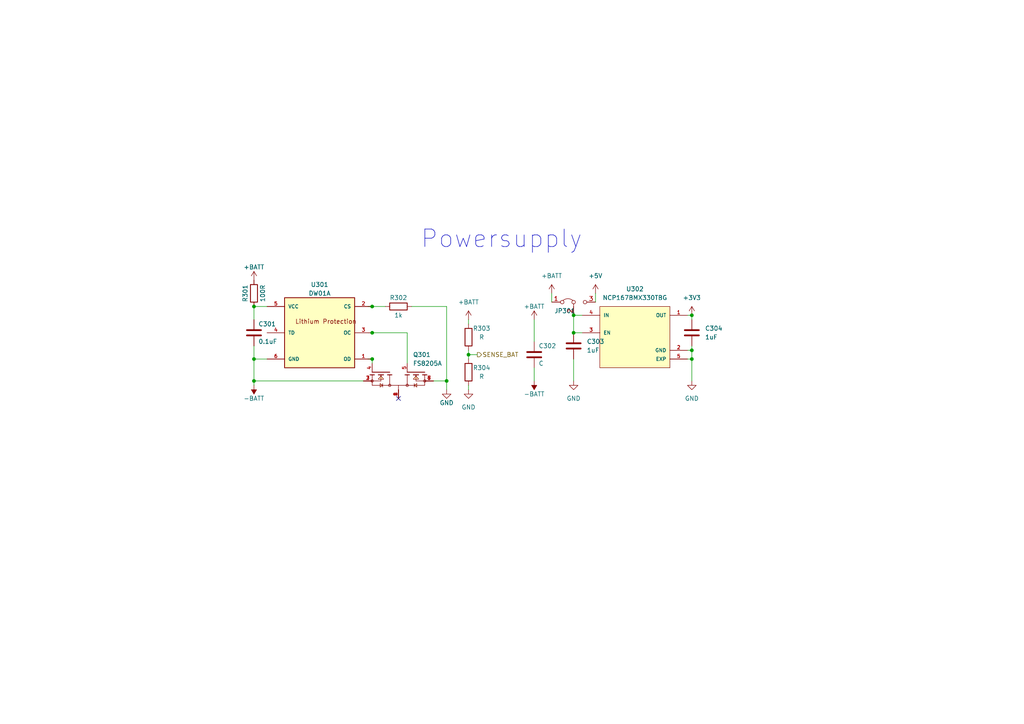
<source format=kicad_sch>
(kicad_sch (version 20211123) (generator eeschema)
  (paper "A4")
  (title_block (title "FabReader2") (date "2022-05-22") (rev "0.1") (company "RLKM UG (haftungsbeschränkt)") (comment 1 "Autoren: Joseph Langosch, Kai Kriegel"))
  (lib_symbols
    (symbol "DW01A:DW01A" (pin_names (offset 1.016))
      (property "Reference" "IC" (at -5.08 11.43 0))
      (property "Value" "DW01A" (at -5.08 -12.7 0))
      (symbol "DW01A_0_0"
        (rectangle (start -10.16 -10.16) (end 10.16 10.16) (stroke (width 0.254)) (fill (type background)))
        (text "Lithium Protection" (at -7.112 2.54 0) (effects (font (size 1.27 1.27)) (justify left bottom)))
        (pin bidirectional line (at 15.24 -7.62 180) (length 5.08) (name "OD") (number "1"))
        (pin bidirectional line (at 15.24 7.62 180) (length 5.08) (name "CS") (number "2"))
        (pin bidirectional line (at 15.24 0 180) (length 5.08) (name "OC") (number "3"))
        (pin bidirectional line (at -15.24 0 0) (length 5.08) (name "TD") (number "4"))
        (pin power_in line (at -15.24 7.62 0) (length 5.08) (name "VCC") (number "5"))
        (pin power_in line (at -15.24 -7.62 0) (length 5.08) (name "GND") (number "6"))
      )
    )
    (symbol "Device:C" (pin_numbers hide) (pin_names (offset 0.254))
      (property "Reference" "C" (at 0.635 2.54 0))
      (property "Value" "C" (at 0.635 -2.54 0))
      (symbol "C_0_1"
        (polyline (pts (xy -2.032 -0.762) (xy 2.032 -0.762)) (stroke (width 0.508)))
        (polyline (pts (xy -2.032 0.762) (xy 2.032 0.762)) (stroke (width 0.508)))
      )
      (symbol "C_1_1"
        (pin passive line (at 0 3.81 270) (length 2.794) (name "~") (number "1"))
        (pin passive line (at 0 -3.81 90) (length 2.794) (name "~") (number "2"))
      )
    )
    (symbol "Device:R" (pin_numbers hide) (pin_names (offset 0))
      (property "Reference" "R" (at 2.032 0 90))
      (property "Value" "R" (at 0 0 90))
      (symbol "R_0_1"
        (rectangle (start -1.016 -2.54) (end 1.016 2.54) (stroke (width 0.254)))
      )
      (symbol "R_1_1"
        (pin passive line (at 0 3.81 270) (length 1.27) (name "~") (number "1"))
        (pin passive line (at 0 -3.81 90) (length 1.27) (name "~") (number "2"))
      )
    )
    (symbol "FS8205A:FS8205A" (pin_names (offset 1.016) hide)
      (property "Reference" "Q" (at -11.43 7.62 0))
      (property "Value" "FS8205A" (at -11.43 -12.7 0))
      (symbol "FS8205A_0_0"
        (circle (center 0 -7.62) (radius 0.3556))
        (polyline (pts (xy -2.54 -2.54) (xy -2.54 -7.62)) (stroke (width 0.254)))
        (polyline (pts (xy -2.54 7.62) (xy -2.54 2.54)) (stroke (width 0.254)))
        (polyline (pts (xy -1.778 -7.62) (xy -1.778 -8.255)) (stroke (width 0.254)))
        (polyline (pts (xy -1.778 -6.985) (xy -1.778 -7.62)) (stroke (width 0.254)))
        (polyline (pts (xy -1.778 -5.08) (xy -1.778 -5.842)) (stroke (width 0.254)))
        (polyline (pts (xy -1.778 -5.08) (xy 0 -5.08)) (stroke (width 0.1524)))
        (polyline (pts (xy -1.778 -4.318) (xy -1.778 -5.08)) (stroke (width 0.254)))
        (polyline (pts (xy -1.778 -2.54) (xy -1.778 -3.175)) (stroke (width 0.254)))
        (polyline (pts (xy -1.778 -2.54) (xy 1.27 -2.54)) (stroke (width 0.1524)))
        (polyline (pts (xy -1.778 -1.905) (xy -1.778 -2.54)) (stroke (width 0.254)))
        (polyline (pts (xy -1.778 2.54) (xy -1.778 1.905)) (stroke (width 0.254)))
        (polyline (pts (xy -1.778 3.175) (xy -1.778 2.54)) (stroke (width 0.254)))
        (polyline (pts (xy -1.778 5.08) (xy -1.778 4.318)) (stroke (width 0.254)))
        (polyline (pts (xy -1.778 5.08) (xy 0 5.08)) (stroke (width 0.1524)))
        (polyline (pts (xy -1.778 5.842) (xy -1.778 5.08)) (stroke (width 0.254)))
        (polyline (pts (xy -1.778 7.62) (xy -1.778 6.985)) (stroke (width 0.254)))
        (polyline (pts (xy -1.778 7.62) (xy 1.27 7.62)) (stroke (width 0.1524)))
        (polyline (pts (xy -1.778 8.255) (xy -1.778 7.62)) (stroke (width 0.254)))
        (polyline (pts (xy 0 -7.62) (xy -1.778 -7.62)) (stroke (width 0.1524)))
        (polyline (pts (xy 0 -7.62) (xy 1.27 -7.62)) (stroke (width 0.1524)))
        (polyline (pts (xy 0 -5.08) (xy 0 -7.62)) (stroke (width 0.1524)))
        (polyline (pts (xy 0 7.62) (xy 0 5.08)) (stroke (width 0.1524)))
        (polyline (pts (xy 0.762 4.572) (xy 1.27 4.572)) (stroke (width 0.1524)))
        (polyline (pts (xy 1.27 -4.572) (xy 0.762 -4.572)) (stroke (width 0.1524)))
        (polyline (pts (xy 1.27 -4.572) (xy 1.27 -7.62)) (stroke (width 0.1524)))
        (polyline (pts (xy 1.27 -2.54) (xy 1.27 -4.572)) (stroke (width 0.1524)))
        (polyline (pts (xy 1.27 -2.54) (xy 1.27 0)) (stroke (width 0.1524)))
        (polyline (pts (xy 1.27 0) (xy 1.27 2.54)) (stroke (width 0.1524)))
        (polyline (pts (xy 1.27 0) (xy 2.54 0)) (stroke (width 0.1524)))
        (polyline (pts (xy 1.27 2.54) (xy -1.778 2.54)) (stroke (width 0.1524)))
        (polyline (pts (xy 1.27 2.54) (xy 1.27 4.572)) (stroke (width 0.1524)))
        (polyline (pts (xy 1.27 4.572) (xy 1.27 7.62)) (stroke (width 0.1524)))
        (polyline (pts (xy 1.27 4.572) (xy 1.778 4.572)) (stroke (width 0.1524)))
        (polyline (pts (xy 1.778 -4.572) (xy 1.27 -4.572)) (stroke (width 0.1524)))
        (polyline (pts (xy -1.524 -5.08) (xy -0.508 -4.318) (xy -0.508 -5.842) (xy -1.524 -5.08)) (stroke (width 0.1524)) (fill (type background)))
        (polyline (pts (xy -1.524 5.08) (xy -0.508 5.842) (xy -0.508 4.318) (xy -1.524 5.08)) (stroke (width 0.1524)) (fill (type background)))
        (polyline (pts (xy 1.27 -4.572) (xy 0.762 -5.334) (xy 1.778 -5.334) (xy 1.27 -4.572)) (stroke (width 0.1524)) (fill (type background)))
        (polyline (pts (xy 1.27 4.572) (xy 1.778 5.334) (xy 0.762 5.334) (xy 1.27 4.572)) (stroke (width 0.1524)) (fill (type background)))
        (circle (center 0 7.62) (radius 0.3556))
        (circle (center 1.27 -2.54) (radius 0.3556))
        (circle (center 1.27 2.54) (radius 0.3556))
        (pin passive line (at 5.08 0 180) (length 2.54) (name "~") (number "1"))
        (pin passive line (at 0 -10.16 90) (length 2.54) (name "~") (number "2"))
        (pin passive line (at 0 -10.16 90) (length 2.54) (name "~") (number "3"))
        (pin passive line (at -5.08 -7.62 0) (length 2.54) (name "~") (number "4"))
        (pin passive line (at -5.08 2.54 0) (length 2.54) (name "~") (number "5"))
        (pin passive line (at 0 10.16 270) (length 2.54) (name "~") (number "6"))
        (pin passive line (at 0 10.16 270) (length 2.54) (name "~") (number "7"))
        (pin passive line (at 5.08 0 180) (length 2.54) (name "~") (number "8"))
      )
    )
    (symbol "Jumper:Jumper_3_Bridged12" (pin_names (offset 0) hide)
      (property "Reference" "JP" (at -2.54 -2.54 0))
      (property "Value" "Jumper_3_Bridged12" (at 0 2.794 0))
      (symbol "Jumper_3_Bridged12_0_0"
        (circle (center -3.302 0) (radius 0.508))
        (circle (center 0 0) (radius 0.508))
        (circle (center 3.302 0) (radius 0.508))
      )
      (symbol "Jumper_3_Bridged12_0_1"
        (arc (start -0.254 0.508) (mid -1.651 0.9912) (end -3.048 0.508))
        (polyline (pts (xy 0 -1.27) (xy 0 -0.508)))
      )
      (symbol "Jumper_3_Bridged12_1_1"
        (pin passive line (at -6.35 0 0) (length 2.54) (name "A") (number "1"))
        (pin passive line (at 0 -3.81 90) (length 2.54) (name "C") (number "2"))
        (pin passive line (at 6.35 0 180) (length 2.54) (name "B") (number "3"))
      )
    )
    (symbol "NCP167BMX330TBG:NCP167BMX330TBG" (pin_names (offset 1.016))
      (property "Reference" "U" (at -10.16 7.62 0))
      (property "Value" "NCP167BMX330TBG" (at -10.16 -12.7 0))
      (symbol "NCP167BMX330TBG_0_0"
        (rectangle (start -10.16 -10.16) (end 10.16 7.62) (stroke (width 0.1524)) (fill (type background)))
        (pin output line (at 15.24 5.08 180) (length 5.08) (name "OUT") (number "1"))
        (pin power_in line (at 15.24 -5.08 180) (length 5.08) (name "GND") (number "2"))
        (pin input line (at -15.24 0 0) (length 5.08) (name "EN") (number "3"))
        (pin input line (at -15.24 5.08 0) (length 5.08) (name "IN") (number "4"))
        (pin power_in line (at 15.24 -7.62 180) (length 5.08) (name "EXP") (number "5"))
      )
    )
    (symbol "power:+3V3" (power) (pin_names (offset 0))
      (property "Value" "+3V3" (at 0 3.556 0))
      (symbol "+3V3_0_1"
        (polyline (pts (xy -0.762 1.27) (xy 0 2.54)))
        (polyline (pts (xy 0 0) (xy 0 2.54)))
        (polyline (pts (xy 0 2.54) (xy 0.762 1.27)))
      )
      (symbol "+3V3_1_1"
        (pin power_in line (at 0 0 90) (length 0) hide (name "+3V3") (number "1"))
      )
    )
    (symbol "power:+5V" (power) (pin_names (offset 0))
      (property "Value" "+5V" (at 0 3.556 0))
      (symbol "+5V_0_1"
        (polyline (pts (xy -0.762 1.27) (xy 0 2.54)))
        (polyline (pts (xy 0 0) (xy 0 2.54)))
        (polyline (pts (xy 0 2.54) (xy 0.762 1.27)))
      )
      (symbol "+5V_1_1"
        (pin power_in line (at 0 0 90) (length 0) hide (name "+5V") (number "1"))
      )
    )
    (symbol "power:+BATT" (power) (pin_names (offset 0))
      (property "Value" "+BATT" (at 0 3.556 0))
      (symbol "+BATT_0_1"
        (polyline (pts (xy -0.762 1.27) (xy 0 2.54)))
        (polyline (pts (xy 0 0) (xy 0 2.54)))
        (polyline (pts (xy 0 2.54) (xy 0.762 1.27)))
      )
      (symbol "+BATT_1_1"
        (pin power_in line (at 0 0 90) (length 0) hide (name "+BATT") (number "1"))
      )
    )
    (symbol "power:-BATT" (power) (pin_names (offset 0))
      (property "Value" "-BATT" (at 0 3.556 0))
      (symbol "-BATT_0_1"
        (polyline (pts (xy 0 0) (xy 0 2.54)))
        (polyline (pts (xy 0.762 1.27) (xy -0.762 1.27) (xy 0 2.54) (xy 0.762 1.27)) (fill (type outline)))
      )
      (symbol "-BATT_1_1"
        (pin power_in line (at 0 0 90) (length 0) hide (name "-BATT") (number "1"))
      )
    )
    (symbol "power:GND" (power) (pin_names (offset 0))
      (property "Value" "GND" (at 0 -3.81 0))
      (symbol "GND_0_1"
        (polyline (pts (xy 0 0) (xy 0 -1.27) (xy 1.27 -1.27) (xy 0 -2.54) (xy -1.27 -1.27) (xy 0 -1.27)))
      )
      (symbol "GND_1_1"
        (pin power_in line (at 0 0 270) (length 0) hide (name "GND") (number "1"))
      )
    )
  )
  (junction (at 200.66 104.14))
  (junction (at 107.95 88.9))
  (junction (at 166.37 91.44))
  (junction (at 166.37 96.52))
  (junction (at 200.66 91.44))
  (junction (at 73.66 110.49))
  (junction (at 73.66 88.9))
  (junction (at 200.66 101.6))
  (junction (at 107.95 104.14))
  (junction (at 107.95 96.52))
  (junction (at 135.89 102.87))
  (junction (at 73.66 104.14))
  (junction (at 129.54 110.49))
  (no_connect (at 115.57 115.57))
  (wire (pts (xy 166.37 96.52) (xy 166.37 91.44)))
  (wire (pts (xy 166.37 91.44) (xy 168.91 91.44)))
  (wire (pts (xy 129.54 110.49) (xy 129.54 113.03)))
  (wire (pts (xy 200.66 92.71) (xy 200.66 91.44)))
  (wire (pts (xy 119.38 88.9) (xy 129.54 88.9)))
  (wire (pts (xy 135.89 113.03) (xy 135.89 111.76)))
  (wire (pts (xy 73.66 110.49) (xy 105.41 110.49)))
  (wire (pts (xy 73.66 88.9) (xy 73.66 92.71)))
  (wire (pts (xy 135.89 102.87) (xy 135.89 104.14)))
  (wire (pts (xy 129.54 88.9) (xy 129.54 110.49)))
  (wire (pts (xy 73.66 100.33) (xy 73.66 104.14)))
  (wire (pts (xy 73.66 88.9) (xy 77.47 88.9)))
  (wire (pts (xy 200.66 104.14) (xy 200.66 110.49)))
  (wire (pts (xy 199.39 104.14) (xy 200.66 104.14)))
  (wire (pts (xy 200.66 104.14) (xy 200.66 101.6)))
  (wire (pts (xy 200.66 100.33) (xy 200.66 101.6)))
  (wire (pts (xy 107.95 104.14) (xy 107.95 105.41)))
  (wire (pts (xy 154.94 92.71) (xy 154.94 99.06)))
  (wire (pts (xy 73.66 110.49) (xy 73.66 104.14)))
  (wire (pts (xy 107.95 88.9) (xy 111.76 88.9)))
  (wire (pts (xy 135.89 101.6) (xy 135.89 102.87)))
  (wire (pts (xy 200.66 91.44) (xy 199.39 91.44)))
  (wire (pts (xy 73.66 104.14) (xy 77.47 104.14)))
  (wire (pts (xy 135.89 92.71) (xy 135.89 93.98)))
  (wire (pts (xy 200.66 101.6) (xy 199.39 101.6)))
  (wire (pts (xy 118.11 96.52) (xy 107.95 96.52)))
  (wire (pts (xy 160.02 85.09) (xy 160.02 87.63)))
  (wire (pts (xy 73.66 111.76) (xy 73.66 110.49)))
  (wire (pts (xy 118.11 105.41) (xy 118.11 96.52)))
  (wire (pts (xy 172.72 85.09) (xy 172.72 87.63)))
  (wire (pts (xy 166.37 104.14) (xy 166.37 110.49)))
  (wire (pts (xy 106.68 88.9) (xy 107.95 88.9)))
  (wire (pts (xy 106.68 104.14) (xy 107.95 104.14)))
  (wire (pts (xy 138.43 102.87) (xy 135.89 102.87)))
  (wire (pts (xy 168.91 96.52) (xy 166.37 96.52)))
  (wire (pts (xy 154.94 106.68) (xy 154.94 110.49)))
  (wire (pts (xy 106.68 96.52) (xy 107.95 96.52)))
  (wire (pts (xy 125.73 110.49) (xy 129.54 110.49)))
  (text "Powersupply" (at 121.92 72.39 0) (effects (font (size 5.08 5.08)) (justify left bottom)))
  (hierarchical_label "SENSE_BAT" (shape output) (at 138.43 102.87 0))
  (symbol (lib_id "power:+5V") (at 172.72 85.09 0) (unit 1)
    (property "Reference" "#PWR0312" (effects hide))
    (property "Value" "+5V" (at 172.72 80.01 0))
  )
  (symbol (lib_id "Device:R") (at 73.66 85.09 180) (unit 1)
    (property "Reference" "R301" (at 71.12 85.09 90))
    (property "Value" "100R" (at 76.2 85.09 90))
    (property "Footprint" "Resistor_SMD:R_0402_1005Metric" (effects hide))
  )
  (symbol (lib_id "Jumper:Jumper_3_Bridged12") (at 166.37 87.63 0) (unit 1)
    (property "Reference" "JP301" (at 163.83 90.17 0))
    (property "Value" "Jumper_3_Bridged12" (effects hide))
    (property "Footprint" "Connector_PinHeader_2.54mm:PinHeader_1x03_P2.54mm_Vertical" (effects hide))
  )
  (symbol (lib_id "Device:R") (at 115.57 88.9 90) (unit 1)
    (property "Reference" "R302" (at 115.57 86.36 90))
    (property "Value" "1k" (at 115.57 91.44 90))
    (property "Footprint" "Resistor_SMD:R_0402_1005Metric" (effects hide))
  )
  (symbol (lib_id "Device:C") (at 73.66 96.52 0) (unit 1)
    (property "Reference" "C301" (at 74.93 93.98 0) (effects (justify left)))
    (property "Value" "0.1uF" (at 74.93 99.06 0) (effects (justify left)))
    (property "Footprint" "Capacitor_SMD:C_0402_1005Metric" (effects hide))
  )
  (symbol (lib_id "power:+BATT") (at 154.94 92.71 0) (unit 1)
    (property "Reference" "#PWR0306" (effects hide))
    (property "Value" "+BATT" (at 154.94 88.9 0))
  )
  (symbol (lib_id "Device:R") (at 135.89 97.79 180) (unit 1)
    (property "Reference" "R303" (at 139.7 95.25 0))
    (property "Value" "R" (at 139.7 97.79 0))
    (property "Footprint" "Resistor_SMD:R_0402_1005Metric" (effects hide))
  )
  (symbol (lib_id "Device:C") (at 200.66 96.52 0) (unit 1)
    (property "Reference" "C304" (at 204.47 95.2499 0) (effects (justify left)))
    (property "Value" "1uF" (at 204.47 97.7899 0) (effects (justify left)))
    (property "Footprint" "Capacitor_SMD:C_0402_1005Metric" (effects hide))
  )
  (symbol (lib_id "FS8205A:FS8205A") (at 115.57 110.49 270) (unit 1)
    (property "Reference" "Q301" (at 119.7611 102.87 90) (effects (justify left)))
    (property "Value" "FS8205A" (at 119.7611 105.41 90) (effects (justify left)))
    (property "Footprint" "FS8205A:SOP65P640X120-8N" (effects hide))
    (property "STANDARD" "IPC 7351B" (effects hide))
    (property "MAXIMUM_PACKAGE_HEIGHT" "1.2mm" (effects hide))
    (property "PARTREV" "1.7" (effects hide))
    (property "MANUFACTURER" "Fortune Semiconductor" (effects hide))
  )
  (symbol (lib_id "power:+3V3") (at 200.66 91.44 0) (unit 1)
    (property "Reference" "#PWR0310" (effects hide))
    (property "Value" "+3V3" (at 200.66 86.36 0))
  )
  (symbol (lib_id "Device:R") (at 135.89 107.95 0) (unit 1)
    (property "Reference" "R304" (at 139.7 106.68 0))
    (property "Value" "R" (at 139.7 109.22 0))
    (property "Footprint" "Resistor_SMD:R_0402_1005Metric" (effects hide))
  )
  (symbol (lib_id "NCP167BMX330TBG:NCP167BMX330TBG") (at 184.15 96.52 0) (unit 1)
    (property "Reference" "U302" (at 184.15 83.82 0))
    (property "Value" "NCP167BMX330TBG" (at 184.15 86.36 0))
    (property "Footprint" "NCP167BMX330TBG:REG_NCP167BMX330TBG" (effects hide))
    (property "MAXIMUM_PACKAGE_HEIGHT" "0.43mm" (effects hide))
    (property "MANUFACTURER" "ON Semiconductor" (effects hide))
    (property "PARTREV" "3" (effects hide))
    (property "STANDARD" "Manufacturer recommendations" (effects hide))
  )
  (symbol (lib_id "Device:C") (at 166.37 100.33 0) (unit 1)
    (property "Reference" "C303" (at 170.18 99.0599 0) (effects (justify left)))
    (property "Value" "1uF" (at 170.18 101.5999 0) (effects (justify left)))
    (property "Footprint" "Capacitor_SMD:C_0402_1005Metric" (effects hide))
  )
  (symbol (lib_id "power:-BATT") (at 154.94 110.49 180) (unit 1)
    (property "Reference" "#PWR0307" (effects hide))
    (property "Value" "-BATT" (at 154.94 114.3 0))
  )
  (symbol (lib_id "DW01A:DW01A") (at 92.71 96.52 0) (unit 1)
    (property "Reference" "U301" (at 92.71 82.55 0))
    (property "Value" "DW01A" (at 92.71 85.09 0))
    (property "Footprint" "DW01A:SOT23-6" (effects hide))
    (property "VALUE" "DW01A" (effects hide))
    (property "LCSC" "C351410" (effects hide))
    (property "MPN" "DW01A" (effects hide))
  )
  (symbol (lib_id "power:+BATT") (at 135.89 92.71 0) (unit 1)
    (property "Reference" "#PWR0304" (effects hide))
    (property "Value" "+BATT" (at 135.89 87.63 0))
  )
  (symbol (lib_id "power:-BATT") (at 73.66 111.76 180) (unit 1)
    (property "Reference" "#PWR0302" (effects hide))
    (property "Value" "-BATT" (at 73.66 115.57 0))
  )
  (symbol (lib_id "power:GND") (at 135.89 113.03 0) (unit 1)
    (property "Reference" "#PWR0305" (effects hide))
    (property "Value" "GND" (at 135.89 118.11 0))
  )
  (symbol (lib_id "Device:C") (at 154.94 102.87 0) (unit 1)
    (property "Reference" "C302" (at 156.21 100.33 0) (effects (justify left)))
    (property "Value" "C" (at 156.21 105.41 0) (effects (justify left)))
    (property "Footprint" "Capacitor_SMD:C_0603_1608Metric" (effects hide))
  )
  (symbol (lib_id "power:+BATT") (at 160.02 85.09 0) (unit 1)
    (property "Reference" "#PWR0308" (effects hide))
    (property "Value" "+BATT" (at 160.02 80.01 0))
  )
  (symbol (lib_id "power:GND") (at 166.37 110.49 0) (unit 1)
    (property "Reference" "#PWR0309" (effects hide))
    (property "Value" "GND" (at 166.37 115.57 0))
  )
  (symbol (lib_id "power:+BATT") (at 73.66 81.28 0) (unit 1)
    (property "Reference" "#PWR0301" (effects hide))
    (property "Value" "+BATT" (at 73.66 77.47 0))
  )
  (symbol (lib_id "power:GND") (at 129.54 113.03 0) (unit 1)
    (property "Reference" "#PWR0303" (effects hide))
    (property "Value" "GND" (at 129.54 116.84 0))
  )
  (symbol (lib_id "power:GND") (at 200.66 110.49 0) (unit 1)
    (property "Reference" "#PWR0311" (effects hide))
    (property "Value" "GND" (at 200.66 115.57 0))
  )
)
</source>
